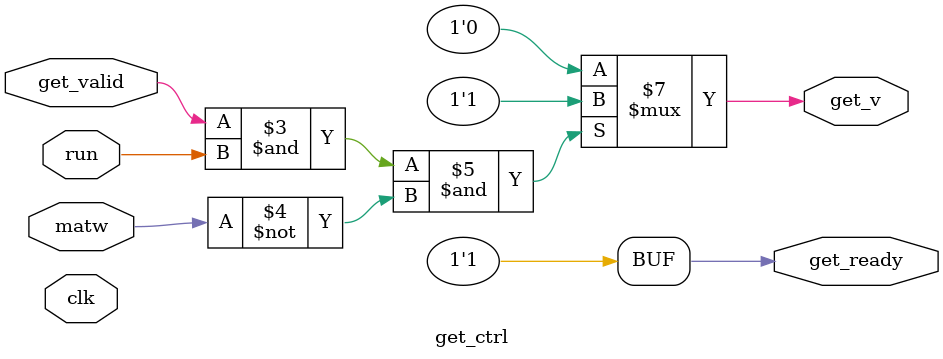
<source format=sv>
`default_nettype none

module get_ctrl
    (
        // in
        input wire          clk,
        input wire          matw,
        input wire          run,
        input wire          get_valid,

        // out
        output wire         get_ready,
        output logic        get_v
    );

    always_comb begin
                    get_v = 1'b0;
                    if (get_valid & get_ready & run & ~matw) begin
                        get_v = 1'b1;
                    end
                end;

    assign get_ready = 1'b1;

endmodule

`default_nettype wire

</source>
